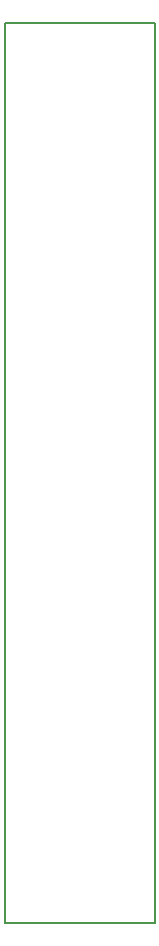
<source format=gbr>
G04 (created by PCBNEW (2013-07-07 BZR 4022)-stable) date 9/25/2013 7:58:19 PM*
%MOIN*%
G04 Gerber Fmt 3.4, Leading zero omitted, Abs format*
%FSLAX34Y34*%
G01*
G70*
G90*
G04 APERTURE LIST*
%ADD10C,0.006*%
%ADD11C,0.005*%
G04 APERTURE END LIST*
G54D10*
G54D11*
X5000Y30000D02*
X0Y30000D01*
X5000Y0D02*
X5000Y30000D01*
X0Y0D02*
X5000Y0D01*
X0Y0D02*
X0Y30000D01*
M02*

</source>
